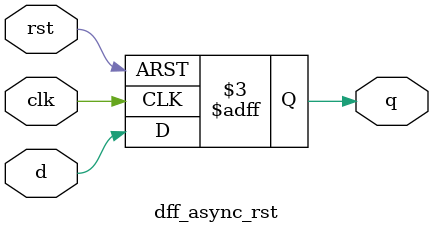
<source format=v>
module dff_async_rst(clk, rst, d, q);
    input clk;
    input rst;
    input d;
    output reg q;

    always@(posedge clk or negedge rst) begin
        if(!rst) q <= 0;
        else q <= d;
    end
endmodule
</source>
